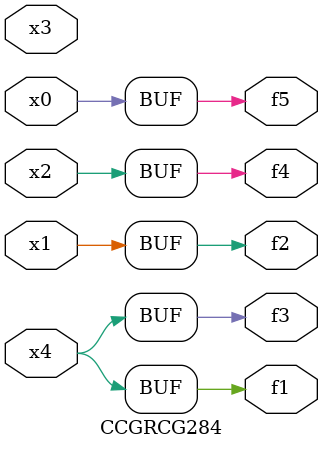
<source format=v>
module CCGRCG284(
	input x0, x1, x2, x3, x4,
	output f1, f2, f3, f4, f5
);
	assign f1 = x4;
	assign f2 = x1;
	assign f3 = x4;
	assign f4 = x2;
	assign f5 = x0;
endmodule

</source>
